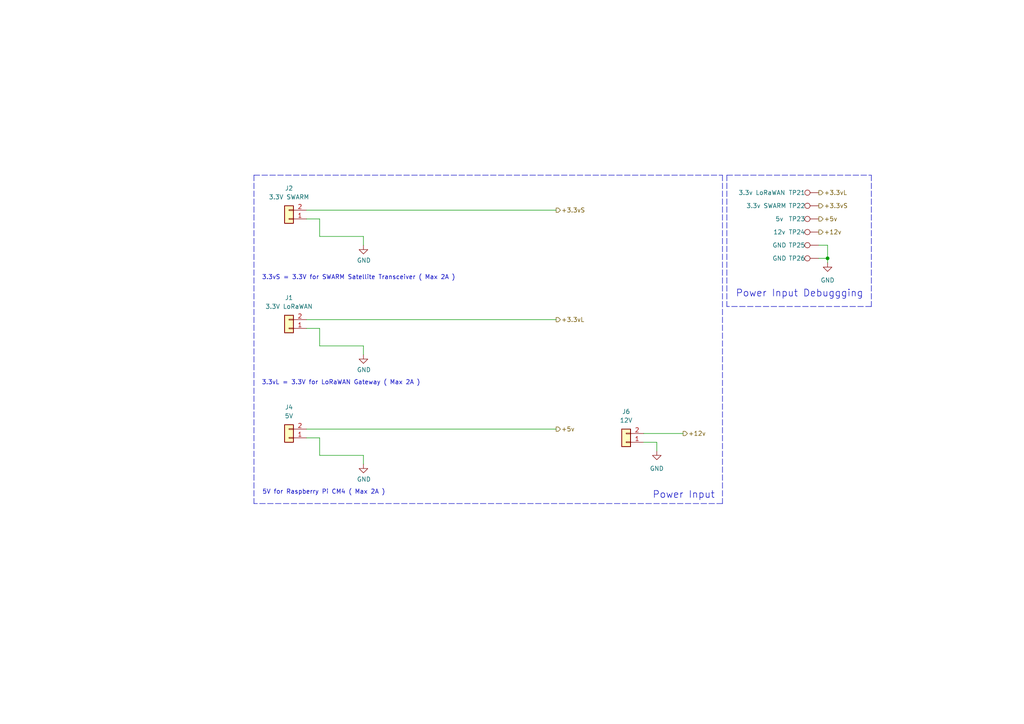
<source format=kicad_sch>
(kicad_sch (version 20211123) (generator eeschema)
  (paper "A4")
  (lib_symbols
    (symbol "Connector:TestPoint" (pin_numbers hide) (pin_names (offset 0.762) hide)
      (property "Reference" "TP" (at 0 6.858 0))
      (property "Value" "TestPoint" (at 0 5.08 0))
      (symbol "TestPoint_0_1"
        (circle (center 0 3.302) (radius 0.762))
      )
      (symbol "TestPoint_1_1"
        (pin passive line (at 0 0 90) (length 2.54) (name "1") (number "1"))
      )
    )
    (symbol "Connector_Generic:Conn_01x02" (pin_names (offset 1.016) hide)
      (property "Reference" "J" (at 0 2.54 0))
      (property "Value" "Conn_01x02" (at 0 -5.08 0))
      (symbol "Conn_01x02_1_1"
        (rectangle (start -1.27 -2.413) (end 0 -2.667) (stroke (width 0.1524)))
        (rectangle (start -1.27 0.127) (end 0 -0.127) (stroke (width 0.1524)))
        (rectangle (start -1.27 1.27) (end 1.27 -3.81) (stroke (width 0.254)) (fill (type background)))
        (pin passive line (at -5.08 0 0) (length 3.81) (name "Pin_1") (number "1"))
        (pin passive line (at -5.08 -2.54 0) (length 3.81) (name "Pin_2") (number "2"))
      )
    )
    (symbol "power:GND" (power) (pin_names (offset 0))
      (property "Value" "GND" (at 0 -3.81 0))
      (symbol "GND_0_1"
        (polyline (pts (xy 0 0) (xy 0 -1.27) (xy 1.27 -1.27) (xy 0 -2.54) (xy -1.27 -1.27) (xy 0 -1.27)))
      )
      (symbol "GND_1_1"
        (pin power_in line (at 0 0 270) (length 0) hide (name "GND") (number "1"))
      )
    )
  )
  (junction (at 240.03 74.93))
  (wire (pts (xy 88.9 92.71) (xy 161.29 92.71)))
  (wire (pts (xy 88.9 124.46) (xy 161.29 124.46)))
  (wire (pts (xy 92.71 95.25) (xy 92.71 100.33)))
  (polyline (pts (xy 73.66 50.8) (xy 73.66 146.05)))
  (wire (pts (xy 92.71 132.08) (xy 105.41 132.08)))
  (polyline (pts (xy 73.66 50.8) (xy 209.55 50.8)))
  (wire (pts (xy 92.71 63.5) (xy 92.71 68.58)))
  (wire (pts (xy 240.03 74.93) (xy 240.03 76.2)))
  (wire (pts (xy 186.69 128.27) (xy 190.5 128.27)))
  (wire (pts (xy 240.03 71.12) (xy 240.03 74.93)))
  (wire (pts (xy 186.69 125.73) (xy 198.12 125.73)))
  (polyline (pts (xy 252.73 50.8) (xy 252.73 88.9)))
  (polyline (pts (xy 210.82 50.8) (xy 210.82 88.9)))
  (wire (pts (xy 105.41 68.58) (xy 105.41 71.12)))
  (wire (pts (xy 237.49 71.12) (xy 240.03 71.12)))
  (polyline (pts (xy 210.82 50.8) (xy 252.73 50.8)))
  (polyline (pts (xy 209.55 146.05) (xy 73.66 146.05)))
  (wire (pts (xy 88.9 127) (xy 92.71 127)))
  (wire (pts (xy 88.9 60.96) (xy 161.29 60.96)))
  (polyline (pts (xy 252.73 88.9) (xy 210.82 88.9)))
  (wire (pts (xy 88.9 95.25) (xy 92.71 95.25)))
  (wire (pts (xy 88.9 63.5) (xy 92.71 63.5)))
  (wire (pts (xy 237.49 74.93) (xy 240.03 74.93)))
  (wire (pts (xy 92.71 68.58) (xy 105.41 68.58)))
  (wire (pts (xy 105.41 132.08) (xy 105.41 134.62)))
  (wire (pts (xy 190.5 128.27) (xy 190.5 130.81)))
  (polyline (pts (xy 209.55 50.8) (xy 209.55 146.05)))
  (wire (pts (xy 92.71 127) (xy 92.71 132.08)))
  (wire (pts (xy 105.41 100.33) (xy 105.41 102.87)))
  (wire (pts (xy 92.71 100.33) (xy 105.41 100.33)))
  (text "3.3vS = 3.3V for SWARM Satellite Transceiver ( Max 2A )" (at 132.08 81.28 0) (effects (font (size 1.27 1.27)) (justify right bottom)))
  (text "5V for Raspberry Pi CM4 ( Max 2A )" (at 111.76 143.51 180) (effects (font (size 1.27 1.27)) (justify right bottom)))
  (text "3.3vL = 3.3V for LoRaWAN Gateway ( Max 2A )" (at 121.92 111.76 180) (effects (font (size 1.27 1.27)) (justify right bottom)))
  (text "Power Input Debuggging" (at 213.36 86.36 0) (effects (font (size 2.0066 2.0066)) (justify left bottom)))
  (text "Power Input" (at 189.23 144.78 0) (effects (font (size 2.0066 2.0066)) (justify left bottom)))
  (hierarchical_label "+5v" (shape output) (at 161.29 124.46 0))
  (hierarchical_label "+3.3vS" (shape output) (at 237.49 59.69 0))
  (hierarchical_label "+5v" (shape output) (at 237.49 63.5 0))
  (hierarchical_label "+3.3vL" (shape output) (at 161.29 92.71 0))
  (hierarchical_label "+12v" (shape output) (at 198.12 125.73 0))
  (hierarchical_label "+3.3vS" (shape output) (at 161.29 60.96 0))
  (hierarchical_label "+3.3vL" (shape output) (at 237.49 55.88 0))
  (hierarchical_label "+12v" (shape output) (at 237.49 67.31 0))
  (symbol (lib_id "power:GND") (at 190.5 130.81 0) (unit 1)
    (property "Reference" "#PWR0138" (effects hide))
    (property "Value" "GND" (at 190.5 135.89 0))
  )
  (symbol (lib_id "Connector_Generic:Conn_01x02") (at 83.82 127 180) (unit 1)
    (property "Reference" "J4" (at 83.82 118.11 0))
    (property "Value" "5V" (at 83.82 120.65 0))
    (property "Footprint" "Connector_Wire:SolderWire-0.5sqmm_1x02_P4.8mm_D0.9mm_OD2.3mm" (effects hide))
  )
  (symbol (lib_id "Connector:TestPoint") (at 237.49 55.88 90) (unit 1)
    (property "Reference" "TP21" (at 231.14 55.88 90))
    (property "Value" "3.3v LoRaWAN" (at 220.98 55.88 90))
    (property "Footprint" "TestPoint:TestPoint_Pad_D1.0mm" (effects hide))
  )
  (symbol (lib_id "Connector_Generic:Conn_01x02") (at 83.82 63.5 180) (unit 1)
    (property "Reference" "J2" (at 83.82 54.61 0))
    (property "Value" "3.3V SWARM" (at 83.82 57.15 0))
    (property "Footprint" "Connector_Wire:SolderWire-0.5sqmm_1x02_P4.8mm_D0.9mm_OD2.3mm" (effects hide))
  )
  (symbol (lib_id "Connector:TestPoint") (at 237.49 63.5 90) (unit 1)
    (property "Reference" "TP23" (at 231.14 63.5 90))
    (property "Value" "5v" (at 226.06 63.5 90))
    (property "Footprint" "TestPoint:TestPoint_Pad_D1.0mm" (effects hide))
  )
  (symbol (lib_id "Connector:TestPoint") (at 237.49 74.93 90) (unit 1)
    (property "Reference" "TP26" (at 231.14 74.93 90))
    (property "Value" "GND" (at 226.06 74.93 90))
    (property "Footprint" "TestPoint:TestPoint_Pad_D1.0mm" (effects hide))
  )
  (symbol (lib_id "Connector:TestPoint") (at 237.49 71.12 90) (unit 1)
    (property "Reference" "TP25" (at 231.14 71.12 90))
    (property "Value" "GND" (at 226.06 71.12 90))
    (property "Footprint" "TestPoint:TestPoint_Pad_D1.0mm" (effects hide))
  )
  (symbol (lib_id "Connector_Generic:Conn_01x02") (at 83.82 95.25 180) (unit 1)
    (property "Reference" "J1" (at 83.82 86.36 0))
    (property "Value" "3.3V LoRaWAN" (at 83.82 88.9 0))
    (property "Footprint" "Connector_Wire:SolderWire-0.5sqmm_1x02_P4.8mm_D0.9mm_OD2.3mm" (effects hide))
  )
  (symbol (lib_id "Connector:TestPoint") (at 237.49 59.69 90) (unit 1)
    (property "Reference" "TP22" (at 231.14 59.69 90))
    (property "Value" "3.3v SWARM" (at 222.25 59.69 90))
    (property "Footprint" "TestPoint:TestPoint_Pad_D1.0mm" (effects hide))
  )
  (symbol (lib_id "power:GND") (at 105.41 71.12 0) (unit 1)
    (property "Reference" "#PWR0137" (effects hide))
    (property "Value" "GND" (at 105.537 75.5142 0))
  )
  (symbol (lib_id "power:GND") (at 240.03 76.2 0) (unit 1)
    (property "Reference" "#PWR0136" (effects hide))
    (property "Value" "GND" (at 240.03 81.28 0))
  )
  (symbol (lib_id "power:GND") (at 105.41 102.87 0) (unit 1)
    (property "Reference" "#PWR0134" (effects hide))
    (property "Value" "GND" (at 105.537 107.2642 0))
  )
  (symbol (lib_id "Connector_Generic:Conn_01x02") (at 181.61 128.27 180) (unit 1)
    (property "Reference" "J6" (at 181.61 119.38 0))
    (property "Value" "12V" (at 181.61 121.92 0))
    (property "Footprint" "Connector_Wire:SolderWire-0.5sqmm_1x02_P4.8mm_D0.9mm_OD2.3mm" (effects hide))
  )
  (symbol (lib_id "Connector:TestPoint") (at 237.49 67.31 90) (unit 1)
    (property "Reference" "TP24" (at 231.14 67.31 90))
    (property "Value" "12v" (at 226.06 67.31 90))
    (property "Footprint" "TestPoint:TestPoint_Pad_D1.0mm" (effects hide))
  )
  (symbol (lib_id "power:GND") (at 105.41 134.62 0) (unit 1)
    (property "Reference" "#PWR0139" (effects hide))
    (property "Value" "GND" (at 105.537 139.0142 0))
  )
)
</source>
